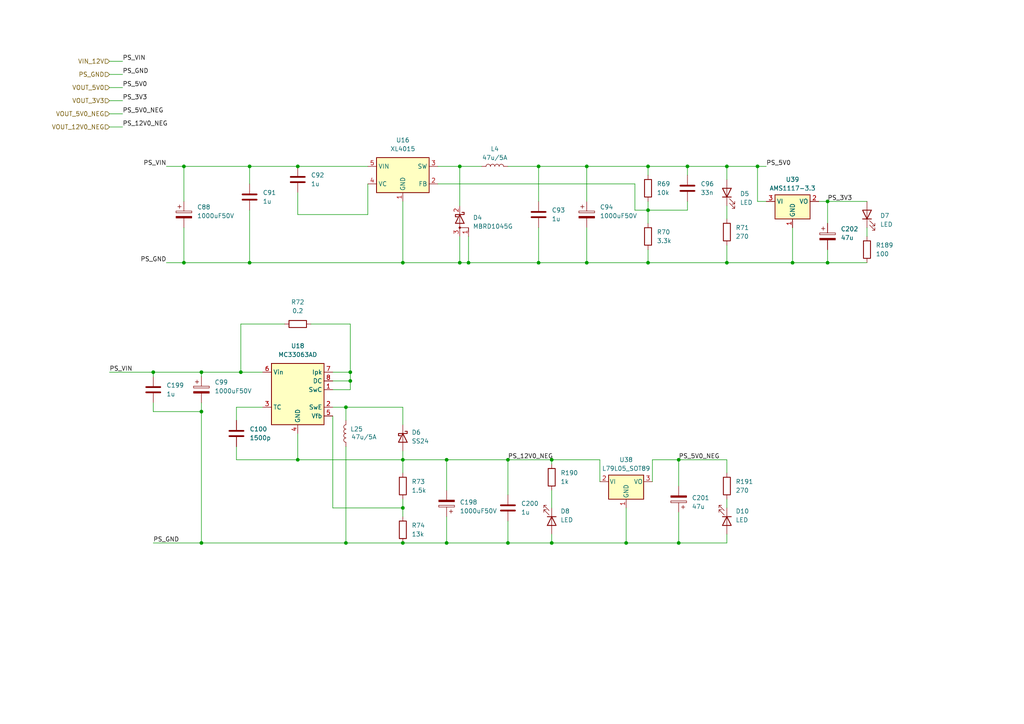
<source format=kicad_sch>
(kicad_sch (version 20250114) (generator "eeschema") (generator_version "9.0")
  (paper "A4")
  (title_block (title "PS for Kharon386mod") (rev "008") (company "maxssau") (comment 2 "maxssau"))
  (lib_symbols
    (symbol "Device:C" (pin_numbers (hide yes)) (pin_names (offset 0.254))
      (property "Reference" "C" (at 0.635 2.54 0))
      (property "Value" "C" (at 0.635 -2.54 0))
      (symbol "C_0_1"
        (polyline (pts (xy -2.032 0.762) (xy 2.032 0.762)) (stroke (width 0.508)))
        (polyline (pts (xy -2.032 -0.762) (xy 2.032 -0.762)) (stroke (width 0.508)))
      )
      (symbol "C_1_1"
        (pin passive line (at 0 3.81 270) (length 2.794) (name "~") (number "1"))
        (pin passive line (at 0 -3.81 90) (length 2.794) (name "~") (number "2"))
      )
    )
    (symbol "Device:C_Polarized" (pin_numbers (hide yes)) (pin_names (offset 0.254))
      (property "Reference" "C" (at 0.635 2.54 0))
      (property "Value" "C_Polarized" (at 0.635 -2.54 0))
      (symbol "C_Polarized_0_1"
        (rectangle (start -2.286 0.508) (end 2.286 1.016))
        (polyline (pts (xy -1.778 2.286) (xy -0.762 2.286)))
        (polyline (pts (xy -1.27 2.794) (xy -1.27 1.778)))
        (rectangle (start 2.286 -0.508) (end -2.286 -1.016) (fill (type outline)))
      )
      (symbol "C_Polarized_1_1"
        (pin passive line (at 0 3.81 270) (length 2.794) (name "~") (number "1"))
        (pin passive line (at 0 -3.81 90) (length 2.794) (name "~") (number "2"))
      )
    )
    (symbol "Device:D_Schottky_AKA" (pin_names (offset 0) (hide yes))
      (property "Reference" "D" (at 0 2.54 0))
      (property "Value" "D_Schottky_AKA" (at 0 -2.54 0))
      (symbol "D_Schottky_AKA_0_1"
        (polyline (pts (xy -1.905 0.635) (xy -1.905 1.27) (xy -1.27 1.27) (xy -1.27 -1.27) (xy -0.635 -1.27) (xy -0.635 -0.635)) (stroke (width 0.254)))
        (polyline (pts (xy 1.27 1.27) (xy 1.27 -1.27) (xy -1.27 0) (xy 1.27 1.27)) (stroke (width 0.254)))
        (circle (center 2.54 0) (radius 0.254) (fill (type outline)))
        (polyline (pts (xy 3.81 2.54) (xy 2.54 2.54) (xy 2.54 0) (xy -1.27 0)))
      )
      (symbol "D_Schottky_AKA_1_1"
        (pin passive line (at -3.81 0 0) (length 2.54) (name "K") (number "2"))
        (pin passive line (at 5.08 2.54 180) (length 2.54) (name "A") (number "1"))
        (pin passive line (at 5.08 0 180) (length 2.54) (name "A") (number "3"))
      )
    )
    (symbol "Device:L" (pin_numbers (hide yes)) (pin_names (offset 1.016) (hide yes))
      (property "Reference" "L" (at -1.27 0 90))
      (property "Value" "L" (at 1.905 0 90))
      (symbol "L_0_1"
        (arc (start 0 2.54) (mid 0.6323 1.905) (end 0 1.27))
        (arc (start 0 1.27) (mid 0.6323 0.635) (end 0 0))
        (arc (start 0 0) (mid 0.6323 -0.635) (end 0 -1.27))
        (arc (start 0 -1.27) (mid 0.6323 -1.905) (end 0 -2.54))
      )
      (symbol "L_1_1"
        (pin passive line (at 0 3.81 270) (length 1.27) (name "1") (number "1"))
        (pin passive line (at 0 -3.81 90) (length 1.27) (name "2") (number "2"))
      )
    )
    (symbol "Device:LED" (pin_numbers (hide yes)) (pin_names (offset 1.016) (hide yes))
      (property "Reference" "D" (at 0 2.54 0))
      (property "Value" "LED" (at 0 -2.54 0))
      (symbol "LED_0_1"
        (polyline (pts (xy -3.048 -0.762) (xy -4.572 -2.286) (xy -3.81 -2.286) (xy -4.572 -2.286) (xy -4.572 -1.524)))
        (polyline (pts (xy -1.778 -0.762) (xy -3.302 -2.286) (xy -2.54 -2.286) (xy -3.302 -2.286) (xy -3.302 -1.524)))
        (polyline (pts (xy -1.27 0) (xy 1.27 0)))
        (polyline (pts (xy -1.27 -1.27) (xy -1.27 1.27)) (stroke (width 0.254)))
        (polyline (pts (xy 1.27 -1.27) (xy 1.27 1.27) (xy -1.27 0) (xy 1.27 -1.27)) (stroke (width 0.254)))
      )
      (symbol "LED_1_1"
        (pin passive line (at -3.81 0 0) (length 2.54) (name "K") (number "1"))
        (pin passive line (at 3.81 0 180) (length 2.54) (name "A") (number "2"))
      )
    )
    (symbol "Device:R" (pin_numbers (hide yes)) (pin_names (offset 0))
      (property "Reference" "R" (at 2.032 0 90))
      (property "Value" "R" (at 0 0 90))
      (symbol "R_0_1"
        (rectangle (start -1.016 -2.54) (end 1.016 2.54) (stroke (width 0.254)))
      )
      (symbol "R_1_1"
        (pin passive line (at 0 3.81 270) (length 1.27) (name "~") (number "1"))
        (pin passive line (at 0 -3.81 90) (length 1.27) (name "~") (number "2"))
      )
    )
    (symbol "Diode:SS24" (pin_numbers (hide yes)) (pin_names (offset 1.016) (hide yes))
      (property "Reference" "D" (at 0 2.54 0))
      (property "Value" "SS24" (at 0 -2.54 0))
      (symbol "SS24_0_1"
        (polyline (pts (xy -1.905 0.635) (xy -1.905 1.27) (xy -1.27 1.27) (xy -1.27 -1.27) (xy -0.635 -1.27) (xy -0.635 -0.635)) (stroke (width 0.254)))
        (polyline (pts (xy 1.27 1.27) (xy 1.27 -1.27) (xy -1.27 0) (xy 1.27 1.27)) (stroke (width 0.254)))
        (polyline (pts (xy 1.27 0) (xy -1.27 0)))
      )
      (symbol "SS24_1_1"
        (pin passive line (at -3.81 0 0) (length 2.54) (name "K") (number "1"))
        (pin passive line (at 3.81 0 180) (length 2.54) (name "A") (number "2"))
      )
    )
    (symbol "Regulator_Linear:AMS1117-3.3"
      (property "Reference" "U" (at -3.81 3.175 0))
      (property "Value" "AMS1117-3.3" (at 0 3.175 0))
      (symbol "AMS1117-3.3_0_1"
        (rectangle (start -5.08 -5.08) (end 5.08 1.905) (stroke (width 0.254)) (fill (type background)))
      )
      (symbol "AMS1117-3.3_1_1"
        (pin power_in line (at -7.62 0 0) (length 2.54) (name "VI") (number "3"))
        (pin power_in line (at 0 -7.62 90) (length 2.54) (name "GND") (number "1"))
        (pin power_out line (at 7.62 0 180) (length 2.54) (name "VO") (number "2"))
      )
    )
    (symbol "Regulator_Linear:L79L05_SOT89" (pin_names (offset 0.254))
      (property "Reference" "U" (at -3.81 -3.175 0))
      (property "Value" "L79L05_SOT89" (at 0 -3.175 0))
      (symbol "L79L05_SOT89_0_1"
        (rectangle (start -5.08 5.08) (end 5.08 -1.905) (stroke (width 0.254)) (fill (type background)))
      )
      (symbol "L79L05_SOT89_1_1"
        (pin power_in line (at -7.62 0 0) (length 2.54) (name "VI") (number "2"))
        (pin power_in line (at 0 7.62 270) (length 2.54) (name "GND") (number "1"))
        (pin power_out line (at 7.62 0 180) (length 2.54) (name "VO") (number "3"))
      )
    )
    (symbol "Regulator_Switching:MC33063AD"
      (property "Reference" "U" (at -7.62 8.89 0))
      (property "Value" "MC33063AD" (at 0 8.89 0))
      (symbol "MC33063AD_0_1"
        (rectangle (start -7.62 7.62) (end 7.62 -10.16) (stroke (width 0.254)) (fill (type background)))
      )
      (symbol "MC33063AD_1_1"
        (pin power_in line (at -10.16 5.08 0) (length 2.54) (name "Vin") (number "6"))
        (pin passive line (at -10.16 -5.08 0) (length 2.54) (name "TC") (number "3"))
        (pin power_in line (at 0 -12.7 90) (length 2.54) (name "GND") (number "4"))
        (pin input line (at 10.16 5.08 180) (length 2.54) (name "Ipk") (number "7"))
        (pin open_collector line (at 10.16 2.54 180) (length 2.54) (name "DC") (number "8"))
        (pin open_collector line (at 10.16 0 180) (length 2.54) (name "SwC") (number "1"))
        (pin open_emitter line (at 10.16 -5.08 180) (length 2.54) (name "SwE") (number "2"))
        (pin input line (at 10.16 -7.62 180) (length 2.54) (name "Vfb") (number "5"))
      )
    )
    (symbol "Regulator_Switching:XL4015"
      (property "Reference" "U?" (at -6.35 6.35 0))
      (property "Value" "XL4015" (at 6.35 6.35 0))
      (symbol "XL4015_0_1"
        (rectangle (start -7.62 5.08) (end 7.62 -5.08) (stroke (width 0.254)) (fill (type background)))
      )
      (symbol "XL4015_1_1"
        (pin power_in line (at -10.16 2.54 0) (length 2.54) (name "VIN") (number "5"))
        (pin input line (at -10.16 -2.54 0) (length 2.54) (name "VC") (number "4"))
        (pin power_in line (at 0 -7.62 90) (length 2.54) (name "GND") (number "1"))
        (pin power_out line (at 10.16 2.54 180) (length 2.54) (name "SW") (number "3"))
        (pin input line (at 10.16 -2.54 180) (length 2.54) (name "FB") (number "2"))
      )
    )
  )
  (junction (at 240.03 58.42))
  (junction (at 181.61 157.48))
  (junction (at 156.21 48.26))
  (junction (at 187.96 48.26))
  (junction (at 135.89 76.2))
  (junction (at 170.18 76.2))
  (junction (at 187.96 76.2))
  (junction (at 160.02 133.35))
  (junction (at 116.84 76.2))
  (junction (at 101.6 110.49))
  (junction (at 101.6 107.95))
  (junction (at 240.03 76.2))
  (junction (at 187.96 60.96))
  (junction (at 170.18 48.26))
  (junction (at 133.35 48.26))
  (junction (at 210.82 48.26))
  (junction (at 199.39 48.26))
  (junction (at 210.82 76.2))
  (junction (at 72.39 76.2))
  (junction (at 100.33 118.11))
  (junction (at 196.85 133.35))
  (junction (at 229.87 76.2))
  (junction (at 53.34 48.26))
  (junction (at 196.85 157.48))
  (junction (at 156.21 76.2))
  (junction (at 58.42 119.38))
  (junction (at 129.54 133.35))
  (junction (at 44.45 107.95))
  (junction (at 147.32 133.35))
  (junction (at 219.71 48.26))
  (junction (at 147.32 157.48))
  (junction (at 86.36 48.26))
  (junction (at 116.84 157.48))
  (junction (at 58.42 107.95))
  (junction (at 58.42 157.48))
  (junction (at 116.84 147.32))
  (junction (at 53.34 76.2))
  (junction (at 86.36 133.35))
  (junction (at 69.85 107.95))
  (junction (at 133.35 76.2))
  (junction (at 129.54 157.48))
  (junction (at 100.33 157.48))
  (junction (at 160.02 157.48))
  (junction (at 116.84 133.35))
  (junction (at 72.39 48.26))
  (wire (pts (xy 53.34 48.26) (xy 53.34 58.42)))
  (wire (pts (xy 210.82 76.2) (xy 187.96 76.2)))
  (wire (pts (xy 116.84 133.35) (xy 129.54 133.35)))
  (wire (pts (xy 129.54 149.86) (xy 129.54 157.48)))
  (wire (pts (xy 210.82 71.12) (xy 210.82 76.2)))
  (wire (pts (xy 219.71 48.26) (xy 219.71 58.42)))
  (wire (pts (xy 196.85 133.35) (xy 196.85 140.97)))
  (wire (pts (xy 147.32 151.13) (xy 147.32 157.48)))
  (wire (pts (xy 240.03 76.2) (xy 229.87 76.2)))
  (wire (pts (xy 199.39 58.42) (xy 199.39 60.96)))
  (wire (pts (xy 44.45 116.84) (xy 44.45 119.38)))
  (wire (pts (xy 196.85 133.35) (xy 210.82 133.35)))
  (wire (pts (xy 160.02 154.94) (xy 160.02 157.48)))
  (wire (pts (xy 210.82 59.69) (xy 210.82 63.5)))
  (wire (pts (xy 129.54 157.48) (xy 147.32 157.48)))
  (wire (pts (xy 96.52 120.65) (xy 96.52 147.32)))
  (wire (pts (xy 240.03 64.77) (xy 240.03 58.42)))
  (wire (pts (xy 116.84 133.35) (xy 86.36 133.35)))
  (wire (pts (xy 133.35 59.69) (xy 133.35 48.26)))
  (wire (pts (xy 100.33 118.11) (xy 96.52 118.11)))
  (wire (pts (xy 229.87 66.04) (xy 229.87 76.2)))
  (wire (pts (xy 116.84 147.32) (xy 116.84 149.86)))
  (wire (pts (xy 31.75 107.95) (xy 44.45 107.95)))
  (wire (pts (xy 68.58 129.54) (xy 68.58 133.35)))
  (wire (pts (xy 86.36 62.23) (xy 106.68 62.23)))
  (wire (pts (xy 187.96 72.39) (xy 187.96 76.2)))
  (wire (pts (xy 72.39 48.26) (xy 72.39 53.34)))
  (wire (pts (xy 116.84 58.42) (xy 116.84 76.2)))
  (wire (pts (xy 135.89 68.58) (xy 135.89 76.2)))
  (wire (pts (xy 210.82 52.07) (xy 210.82 48.26)))
  (wire (pts (xy 181.61 147.32) (xy 181.61 157.48)))
  (wire (pts (xy 196.85 148.59) (xy 196.85 157.48)))
  (wire (pts (xy 44.45 109.22) (xy 44.45 107.95)))
  (wire (pts (xy 35.56 29.21) (xy 31.75 29.21)))
  (wire (pts (xy 187.96 48.26) (xy 170.18 48.26)))
  (wire (pts (xy 181.61 157.48) (xy 196.85 157.48)))
  (wire (pts (xy 72.39 76.2) (xy 116.84 76.2)))
  (wire (pts (xy 58.42 109.22) (xy 58.42 107.95)))
  (wire (pts (xy 53.34 76.2) (xy 53.34 66.04)))
  (wire (pts (xy 101.6 93.98) (xy 101.6 107.95)))
  (wire (pts (xy 160.02 157.48) (xy 147.32 157.48)))
  (wire (pts (xy 184.15 53.34) (xy 184.15 60.96)))
  (wire (pts (xy 58.42 119.38) (xy 58.42 157.48)))
  (wire (pts (xy 133.35 68.58) (xy 133.35 76.2)))
  (wire (pts (xy 135.89 76.2) (xy 133.35 76.2)))
  (wire (pts (xy 170.18 58.42) (xy 170.18 48.26)))
  (wire (pts (xy 240.03 72.39) (xy 240.03 76.2)))
  (wire (pts (xy 116.84 137.16) (xy 116.84 133.35)))
  (wire (pts (xy 76.2 118.11) (xy 68.58 118.11)))
  (wire (pts (xy 86.36 55.88) (xy 86.36 62.23)))
  (wire (pts (xy 116.84 144.78) (xy 116.84 147.32)))
  (wire (pts (xy 160.02 133.35) (xy 173.99 133.35)))
  (wire (pts (xy 68.58 118.11) (xy 68.58 121.92)))
  (wire (pts (xy 199.39 60.96) (xy 187.96 60.96)))
  (wire (pts (xy 156.21 76.2) (xy 135.89 76.2)))
  (wire (pts (xy 106.68 62.23) (xy 106.68 53.34)))
  (wire (pts (xy 133.35 76.2) (xy 116.84 76.2)))
  (wire (pts (xy 58.42 107.95) (xy 69.85 107.95)))
  (wire (pts (xy 170.18 48.26) (xy 156.21 48.26)))
  (wire (pts (xy 127 48.26) (xy 133.35 48.26)))
  (wire (pts (xy 229.87 76.2) (xy 210.82 76.2)))
  (wire (pts (xy 187.96 58.42) (xy 187.96 60.96)))
  (wire (pts (xy 101.6 113.03) (xy 101.6 110.49)))
  (wire (pts (xy 210.82 154.94) (xy 210.82 157.48)))
  (wire (pts (xy 35.56 21.59) (xy 31.75 21.59)))
  (wire (pts (xy 116.84 130.81) (xy 116.84 133.35)))
  (wire (pts (xy 96.52 110.49) (xy 101.6 110.49)))
  (wire (pts (xy 156.21 48.26) (xy 147.32 48.26)))
  (wire (pts (xy 251.46 66.04) (xy 251.46 68.58)))
  (wire (pts (xy 100.33 121.92) (xy 100.33 118.11)))
  (wire (pts (xy 116.84 123.19) (xy 116.84 118.11)))
  (wire (pts (xy 222.25 58.42) (xy 219.71 58.42)))
  (wire (pts (xy 147.32 133.35) (xy 147.32 143.51)))
  (wire (pts (xy 58.42 116.84) (xy 58.42 119.38)))
  (wire (pts (xy 210.82 48.26) (xy 219.71 48.26)))
  (wire (pts (xy 160.02 142.24) (xy 160.02 147.32)))
  (wire (pts (xy 156.21 66.04) (xy 156.21 76.2)))
  (wire (pts (xy 96.52 107.95) (xy 101.6 107.95)))
  (wire (pts (xy 96.52 147.32) (xy 116.84 147.32)))
  (wire (pts (xy 44.45 157.48) (xy 58.42 157.48)))
  (wire (pts (xy 82.55 93.98) (xy 69.85 93.98)))
  (wire (pts (xy 240.03 58.42) (xy 237.49 58.42)))
  (wire (pts (xy 147.32 133.35) (xy 160.02 133.35)))
  (wire (pts (xy 96.52 113.03) (xy 101.6 113.03)))
  (wire (pts (xy 240.03 76.2) (xy 251.46 76.2)))
  (wire (pts (xy 189.23 133.35) (xy 196.85 133.35)))
  (wire (pts (xy 199.39 50.8) (xy 199.39 48.26)))
  (wire (pts (xy 35.56 25.4) (xy 31.75 25.4)))
  (wire (pts (xy 100.33 157.48) (xy 116.84 157.48)))
  (wire (pts (xy 210.82 144.78) (xy 210.82 147.32)))
  (wire (pts (xy 86.36 125.73) (xy 86.36 133.35)))
  (wire (pts (xy 48.26 76.2) (xy 53.34 76.2)))
  (wire (pts (xy 199.39 48.26) (xy 210.82 48.26)))
  (wire (pts (xy 219.71 48.26) (xy 222.25 48.26)))
  (wire (pts (xy 210.82 137.16) (xy 210.82 133.35)))
  (wire (pts (xy 35.56 17.78) (xy 31.75 17.78)))
  (wire (pts (xy 101.6 110.49) (xy 101.6 107.95)))
  (wire (pts (xy 199.39 48.26) (xy 187.96 48.26)))
  (wire (pts (xy 170.18 76.2) (xy 156.21 76.2)))
  (wire (pts (xy 116.84 157.48) (xy 129.54 157.48)))
  (wire (pts (xy 35.56 33.02) (xy 31.75 33.02)))
  (wire (pts (xy 90.17 93.98) (xy 101.6 93.98)))
  (wire (pts (xy 189.23 133.35) (xy 189.23 139.7)))
  (wire (pts (xy 160.02 133.35) (xy 160.02 134.62)))
  (wire (pts (xy 170.18 66.04) (xy 170.18 76.2)))
  (wire (pts (xy 69.85 107.95) (xy 76.2 107.95)))
  (wire (pts (xy 240.03 58.42) (xy 251.46 58.42)))
  (wire (pts (xy 72.39 76.2) (xy 53.34 76.2)))
  (wire (pts (xy 116.84 118.11) (xy 100.33 118.11)))
  (wire (pts (xy 86.36 48.26) (xy 72.39 48.26)))
  (wire (pts (xy 187.96 60.96) (xy 187.96 64.77)))
  (wire (pts (xy 31.75 36.83) (xy 35.56 36.83)))
  (wire (pts (xy 156.21 58.42) (xy 156.21 48.26)))
  (wire (pts (xy 44.45 107.95) (xy 58.42 107.95)))
  (wire (pts (xy 58.42 157.48) (xy 100.33 157.48)))
  (wire (pts (xy 127 53.34) (xy 184.15 53.34)))
  (wire (pts (xy 184.15 60.96) (xy 187.96 60.96)))
  (wire (pts (xy 106.68 48.26) (xy 86.36 48.26)))
  (wire (pts (xy 72.39 60.96) (xy 72.39 76.2)))
  (wire (pts (xy 173.99 133.35) (xy 173.99 139.7)))
  (wire (pts (xy 48.26 48.26) (xy 53.34 48.26)))
  (wire (pts (xy 129.54 133.35) (xy 129.54 142.24)))
  (wire (pts (xy 68.58 133.35) (xy 86.36 133.35)))
  (wire (pts (xy 44.45 119.38) (xy 58.42 119.38)))
  (wire (pts (xy 187.96 50.8) (xy 187.96 48.26)))
  (wire (pts (xy 187.96 76.2) (xy 170.18 76.2)))
  (wire (pts (xy 181.61 157.48) (xy 160.02 157.48)))
  (wire (pts (xy 196.85 157.48) (xy 210.82 157.48)))
  (wire (pts (xy 129.54 133.35) (xy 147.32 133.35)))
  (wire (pts (xy 100.33 129.54) (xy 100.33 157.48)))
  (wire (pts (xy 69.85 93.98) (xy 69.85 107.95)))
  (wire (pts (xy 133.35 48.26) (xy 139.7 48.26)))
  (wire (pts (xy 72.39 48.26) (xy 53.34 48.26)))
  (label "PS_VIN" (at 31.75 107.95 0))
  (label "PS_12V0_NEG" (at 147.32 133.35 0))
  (label "PS_VIN" (at 35.56 17.78 0))
  (label "PS_GND" (at 48.26 76.2 180))
  (label "PS_5V0_NEG" (at 35.56 33.02 0))
  (label "PS_GND" (at 35.56 21.59 0))
  (label "PS_3V3" (at 35.56 29.21 0))
  (label "PS_5V0" (at 222.25 48.26 0))
  (label "PS_5V0" (at 35.56 25.4 0))
  (label "PS_3V3" (at 240.03 58.42 0))
  (label "PS_VIN" (at 48.26 48.26 180))
  (label "PS_GND" (at 44.45 157.48 0))
  (label "PS_5V0_NEG" (at 196.85 133.35 0))
  (label "PS_12V0_NEG" (at 35.56 36.83 0))
  (hierarchical_label "VOUT_3V3" (shape input) (at 31.75 29.21 180))
  (hierarchical_label "VIN_12V" (shape input) (at 31.75 17.78 180))
  (hierarchical_label "VOUT_12V0_NEG" (shape input) (at 31.75 36.83 180))
  (hierarchical_label "VOUT_5V0_NEG" (shape input) (at 31.75 33.02 180))
  (hierarchical_label "PS_GND" (shape input) (at 31.75 21.59 180))
  (hierarchical_label "VOUT_5V0" (shape input) (at 31.75 25.4 180))
  (symbol (lib_id "Device:C") (at 68.58 125.73 0) (unit 1)
    (property "Reference" "C100" (at 72.39 124.4599 0) (effects (justify left)))
    (property "Value" "1500p" (at 72.39 126.9999 0) (effects (justify left)))
    (property "Footprint" "Capacitor_SMD:C_0805_2012Metric_Pad1.18x1.45mm_HandSolder" (effects (hide yes)))
    (property "Description" "Unpolarized capacitor" (effects (hide yes)))
  )
  (symbol (lib_id "Regulator_Linear:L79L05_SOT89") (at 181.61 139.7 0) (mirror x) (unit 1)
    (property "Reference" "U38" (at 181.61 133.35 0))
    (property "Value" "L79L05_SOT89" (at 181.61 135.89 0))
    (property "Footprint" "Package_TO_SOT_SMD:SOT-89-3_Handsoldering" (effects (hide yes)))
    (property "Datasheet" "http://www.farnell.com/datasheets/1827870.pdf" (effects (hide yes)))
    (property "Description" "Negative 100mA -30V Linear Regulator, Fixed Output -5V, SOT-89" (effects (hide yes)))
  )
  (symbol (lib_id "Device:LED") (at 160.02 151.13 270) (unit 1)
    (property "Reference" "D8" (at 162.56 148.2724 90) (effects (justify left)))
    (property "Value" "LED" (at 162.56 150.8124 90) (effects (justify left)))
    (property "Footprint" "LED_SMD:LED_0805_2012Metric_Pad1.15x1.40mm_HandSolder" (effects (hide yes)))
    (property "Description" "Light emitting diode" (effects (hide yes)))
    (property "Sim.Pins" "1=K 2=A" (effects (hide yes)))
  )
  (symbol (lib_id "Device:L") (at 143.51 48.26 90) (unit 1)
    (property "Reference" "L4" (at 143.51 43.18 90))
    (property "Value" "47u/5A" (at 143.51 45.72 90))
    (property "Footprint" "Inductor_SMD:L_12x12mm_H8mm" (effects (hide yes)))
    (property "Description" "Inductor" (effects (hide yes)))
  )
  (symbol (lib_id "Device:LED") (at 210.82 55.88 90) (unit 1)
    (property "Reference" "D5" (at 214.63 56.1974 90) (effects (justify right)))
    (property "Value" "LED" (at 214.63 58.7374 90) (effects (justify right)))
    (property "Footprint" "LED_SMD:LED_0805_2012Metric_Pad1.15x1.40mm_HandSolder" (effects (hide yes)))
    (property "Description" "Light emitting diode" (effects (hide yes)))
    (property "Sim.Pins" "1=K 2=A" (effects (hide yes)))
  )
  (symbol (lib_id "Regulator_Switching:MC33063AD") (at 86.36 113.03 0) (unit 1)
    (property "Reference" "U18" (at 86.36 100.33 0))
    (property "Value" "MC33063AD" (at 86.36 102.87 0))
    (property "Footprint" "Package_SO:SOIC-8_3.9x4.9mm_P1.27mm" (effects (hide yes)))
    (property "Datasheet" "http://www.onsemi.com/pub_link/Collateral/MC34063A-D.PDF" (effects (hide yes)))
    (property "Description" "1.5A, step-up/down/inverting switching regulator, 3-40V Vin, 100kHz, SO-8" (effects (hide yes)))
  )
  (symbol (lib_id "Device:R") (at 187.96 68.58 0) (unit 1)
    (property "Reference" "R70" (at 190.5 67.3099 0) (effects (justify left)))
    (property "Value" "3.3k" (at 190.5 69.8499 0) (effects (justify left)))
    (property "Footprint" "Resistor_SMD:R_0805_2012Metric_Pad1.20x1.40mm_HandSolder" (effects (hide yes)))
    (property "Description" "Resistor" (effects (hide yes)))
  )
  (symbol (lib_id "Device:R") (at 187.96 54.61 0) (unit 1)
    (property "Reference" "R69" (at 190.5 53.3399 0) (effects (justify left)))
    (property "Value" "10k" (at 190.5 55.8799 0) (effects (justify left)))
    (property "Footprint" "Resistor_SMD:R_0805_2012Metric_Pad1.20x1.40mm_HandSolder" (effects (hide yes)))
    (property "Description" "Resistor" (effects (hide yes)))
  )
  (symbol (lib_id "Device:C") (at 44.45 113.03 0) (unit 1)
    (property "Reference" "C199" (at 48.26 111.7599 0) (effects (justify left)))
    (property "Value" "1u" (at 48.26 114.2999 0) (effects (justify left)))
    (property "Footprint" "Capacitor_SMD:C_0805_2012Metric_Pad1.18x1.45mm_HandSolder" (effects (hide yes)))
    (property "Description" "Unpolarized capacitor" (effects (hide yes)))
  )
  (symbol (lib_id "Device:C_Polarized") (at 196.85 144.78 180) (unit 1)
    (property "Reference" "C201" (at 200.66 144.3989 0) (effects (justify right)))
    (property "Value" "47u" (at 200.66 146.9389 0) (effects (justify right)))
    (property "Footprint" "Capacitor_SMD:CP_Elec_6.3x7.7" (effects (hide yes)))
    (property "Description" "Polarized capacitor" (effects (hide yes)))
  )
  (symbol (lib_id "Device:LED") (at 210.82 151.13 270) (unit 1)
    (property "Reference" "D10" (at 213.36 148.2724 90) (effects (justify left)))
    (property "Value" "LED" (at 213.36 150.8124 90) (effects (justify left)))
    (property "Footprint" "LED_SMD:LED_0805_2012Metric_Pad1.15x1.40mm_HandSolder" (effects (hide yes)))
    (property "Description" "Light emitting diode" (effects (hide yes)))
    (property "Sim.Pins" "1=K 2=A" (effects (hide yes)))
  )
  (symbol (lib_id "Device:C") (at 199.39 54.61 0) (unit 1)
    (property "Reference" "C96" (at 203.2 53.3399 0) (effects (justify left)))
    (property "Value" "33n" (at 203.2 55.8799 0) (effects (justify left)))
    (property "Footprint" "Capacitor_SMD:C_0805_2012Metric_Pad1.18x1.45mm_HandSolder" (effects (hide yes)))
    (property "Description" "Unpolarized capacitor" (effects (hide yes)))
  )
  (symbol (lib_id "Device:C") (at 147.32 147.32 0) (unit 1)
    (property "Reference" "C200" (at 151.13 146.0499 0) (effects (justify left)))
    (property "Value" "1u" (at 151.13 148.5899 0) (effects (justify left)))
    (property "Footprint" "Capacitor_SMD:C_0805_2012Metric_Pad1.18x1.45mm_HandSolder" (effects (hide yes)))
    (property "Description" "Unpolarized capacitor" (effects (hide yes)))
  )
  (symbol (lib_id "Device:D_Schottky_AKA") (at 133.35 63.5 270) (unit 1)
    (property "Reference" "D4" (at 137.16 63.1189 90) (effects (justify left)))
    (property "Value" "MBRD1045G" (at 137.16 65.6589 90) (effects (justify left)))
    (property "Footprint" "Package_TO_SOT_SMD:TO-263-2" (effects (hide yes)))
    (property "Description" "Schottky diode, anode on pins 1 and 3" (effects (hide yes)))
  )
  (symbol (lib_id "Device:R") (at 116.84 140.97 0) (unit 1)
    (property "Reference" "R73" (at 119.38 139.6999 0) (effects (justify left)))
    (property "Value" "1.5k" (at 119.38 142.2399 0) (effects (justify left)))
    (property "Footprint" "Resistor_SMD:R_0805_2012Metric_Pad1.20x1.40mm_HandSolder" (effects (hide yes)))
    (property "Description" "Resistor" (effects (hide yes)))
  )
  (symbol (lib_id "Regulator_Linear:AMS1117-3.3") (at 229.87 58.42 0) (unit 1)
    (property "Reference" "U39" (at 229.87 52.07 0))
    (property "Value" "AMS1117-3.3" (at 229.87 54.61 0))
    (property "Footprint" "Package_TO_SOT_SMD:SOT-223-3_TabPin2" (effects (hide yes)))
    (property "Datasheet" "http://www.advanced-monolithic.com/pdf/ds1117.pdf" (effects (hide yes)))
    (property "Description" "1A Low Dropout regulator, positive, 3.3V fixed output, SOT-223" (effects (hide yes)))
  )
  (symbol (lib_id "Device:LED") (at 251.46 62.23 90) (unit 1)
    (property "Reference" "D7" (at 255.27 62.5474 90) (effects (justify right)))
    (property "Value" "LED" (at 255.27 65.0874 90) (effects (justify right)))
    (property "Footprint" "LED_SMD:LED_0805_2012Metric_Pad1.15x1.40mm_HandSolder" (effects (hide yes)))
    (property "Description" "Light emitting diode" (effects (hide yes)))
    (property "Sim.Pins" "1=K 2=A" (effects (hide yes)))
  )
  (symbol (lib_id "Device:R") (at 86.36 93.98 90) (unit 1)
    (property "Reference" "R72" (at 86.36 87.63 90))
    (property "Value" "0.2" (at 86.36 90.17 90))
    (property "Footprint" "Resistor_SMD:R_1210_3225Metric_Pad1.30x2.65mm_HandSolder" (effects (hide yes)))
    (property "Description" "Resistor" (effects (hide yes)))
  )
  (symbol (lib_id "Device:C_Polarized") (at 58.42 113.03 0) (unit 1)
    (property "Reference" "C99" (at 62.23 110.8709 0) (effects (justify left)))
    (property "Value" "1000uF50V" (at 62.23 113.4109 0) (effects (justify left)))
    (property "Footprint" "Capacitor_SMD:CP_Elec_10x10" (effects (hide yes)))
    (property "Description" "Polarized capacitor" (effects (hide yes)))
  )
  (symbol (lib_id "Device:C") (at 72.39 57.15 0) (unit 1)
    (property "Reference" "C91" (at 76.2 55.8799 0) (effects (justify left)))
    (property "Value" "1u" (at 76.2 58.4199 0) (effects (justify left)))
    (property "Footprint" "Capacitor_SMD:C_0805_2012Metric_Pad1.18x1.45mm_HandSolder" (effects (hide yes)))
    (property "Description" "Unpolarized capacitor" (effects (hide yes)))
  )
  (symbol (lib_id "Device:R") (at 251.46 72.39 0) (unit 1)
    (property "Reference" "R189" (at 254 71.1199 0) (effects (justify left)))
    (property "Value" "100" (at 254 73.6599 0) (effects (justify left)))
    (property "Footprint" "Resistor_SMD:R_0805_2012Metric_Pad1.20x1.40mm_HandSolder" (effects (hide yes)))
    (property "Description" "Resistor" (effects (hide yes)))
  )
  (symbol (lib_id "Device:C_Polarized") (at 240.03 68.58 0) (unit 1)
    (property "Reference" "C202" (at 243.84 66.4209 0) (effects (justify left)))
    (property "Value" "47u" (at 243.84 68.9609 0) (effects (justify left)))
    (property "Footprint" "Capacitor_SMD:CP_Elec_6.3x7.7" (effects (hide yes)))
    (property "Description" "Polarized capacitor" (effects (hide yes)))
  )
  (symbol (lib_id "Device:R") (at 116.84 153.67 0) (unit 1)
    (property "Reference" "R74" (at 119.38 152.3999 0) (effects (justify left)))
    (property "Value" "13k" (at 119.38 154.9399 0) (effects (justify left)))
    (property "Footprint" "Resistor_SMD:R_0805_2012Metric_Pad1.20x1.40mm_HandSolder" (effects (hide yes)))
    (property "Description" "Resistor" (effects (hide yes)))
  )
  (symbol (lib_id "Device:R") (at 210.82 140.97 180) (unit 1)
    (property "Reference" "R191" (at 213.36 139.6999 0) (effects (justify right)))
    (property "Value" "270" (at 213.36 142.2399 0) (effects (justify right)))
    (property "Footprint" "Resistor_SMD:R_0805_2012Metric_Pad1.20x1.40mm_HandSolder" (effects (hide yes)))
    (property "Description" "Resistor" (effects (hide yes)))
  )
  (symbol (lib_id "Device:C_Polarized") (at 170.18 62.23 0) (unit 1)
    (property "Reference" "C94" (at 173.99 60.0709 0) (effects (justify left)))
    (property "Value" "1000uF50V" (at 173.99 62.6109 0) (effects (justify left)))
    (property "Footprint" "Capacitor_SMD:CP_Elec_10x10" (effects (hide yes)))
    (property "Description" "Polarized capacitor" (effects (hide yes)))
  )
  (symbol (lib_id "Device:C") (at 86.36 52.07 0) (unit 1)
    (property "Reference" "C92" (at 90.17 50.7999 0) (effects (justify left)))
    (property "Value" "1u" (at 90.17 53.3399 0) (effects (justify left)))
    (property "Footprint" "Capacitor_SMD:C_0805_2012Metric_Pad1.18x1.45mm_HandSolder" (effects (hide yes)))
    (property "Description" "Unpolarized capacitor" (effects (hide yes)))
  )
  (symbol (lib_id "Regulator_Switching:XL4015") (at 116.84 50.8 0) (unit 1)
    (property "Reference" "U16" (at 116.84 40.64 0))
    (property "Value" "XL4015" (at 116.84 43.18 0))
    (property "Footprint" "Package_TO_SOT_SMD:TO-263-5_TabPin3" (effects (hide yes)))
    (property "Datasheet" "http://www.xlsemi.net/datasheet/XL4015%20datasheet-English.pdf" (effects (hide yes)))
    (property "Description" "5A 180kHz 36V Buck DC to DC Converter" (effects (hide yes)))
  )
  (symbol (lib_id "Device:R") (at 210.82 67.31 0) (unit 1)
    (property "Reference" "R71" (at 213.36 66.0399 0) (effects (justify left)))
    (property "Value" "270" (at 213.36 68.5799 0) (effects (justify left)))
    (property "Footprint" "Resistor_SMD:R_0805_2012Metric_Pad1.20x1.40mm_HandSolder" (effects (hide yes)))
    (property "Description" "Resistor" (effects (hide yes)))
  )
  (symbol (lib_id "Device:C") (at 156.21 62.23 0) (unit 1)
    (property "Reference" "C93" (at 160.02 60.9599 0) (effects (justify left)))
    (property "Value" "1u" (at 160.02 63.4999 0) (effects (justify left)))
    (property "Footprint" "Capacitor_SMD:C_0805_2012Metric_Pad1.18x1.45mm_HandSolder" (effects (hide yes)))
    (property "Description" "Unpolarized capacitor" (effects (hide yes)))
  )
  (symbol (lib_id "Diode:SS24") (at 116.84 127 270) (unit 1)
    (property "Reference" "D6" (at 119.38 125.4124 90) (effects (justify left)))
    (property "Value" "SS24" (at 119.38 127.9524 90) (effects (justify left)))
    (property "Footprint" "Diode_SMD:D_SMA" (effects (hide yes)))
    (property "Datasheet" "https://www.vishay.com/docs/88748/ss22.pdf" (effects (hide yes)))
    (property "Description" "40V 2A Schottky Diode, SMA" (effects (hide yes)))
  )
  (symbol (lib_id "Device:R") (at 160.02 138.43 180) (unit 1)
    (property "Reference" "R190" (at 162.56 137.1599 0) (effects (justify right)))
    (property "Value" "1k" (at 162.56 139.6999 0) (effects (justify right)))
    (property "Footprint" "Resistor_SMD:R_0805_2012Metric_Pad1.20x1.40mm_HandSolder" (effects (hide yes)))
    (property "Description" "Resistor" (effects (hide yes)))
  )
  (symbol (lib_id "Device:L") (at 100.33 125.73 180) (unit 1)
    (property "Reference" "L25" (at 101.6 124.4599 0) (effects (justify right)))
    (property "Value" "47u/5A" (at 101.854 126.746 0) (effects (justify right)))
    (property "Footprint" "Inductor_SMD:L_12x12mm_H8mm" (effects (hide yes)))
    (property "Description" "Inductor" (effects (hide yes)))
  )
  (symbol (lib_id "Device:C_Polarized") (at 129.54 146.05 180) (unit 1)
    (property "Reference" "C198" (at 133.35 145.6689 0) (effects (justify right)))
    (property "Value" "1000uF50V" (at 133.35 148.2089 0) (effects (justify right)))
    (property "Footprint" "Capacitor_SMD:CP_Elec_10x10" (effects (hide yes)))
    (property "Description" "Polarized capacitor" (effects (hide yes)))
  )
  (symbol (lib_id "Device:C_Polarized") (at 53.34 62.23 0) (unit 1)
    (property "Reference" "C88" (at 57.15 60.0709 0) (effects (justify left)))
    (property "Value" "1000uF50V" (at 57.15 62.6109 0) (effects (justify left)))
    (property "Footprint" "Capacitor_SMD:CP_Elec_10x10" (effects (hide yes)))
    (property "Description" "Polarized capacitor" (effects (hide yes)))
  )
)
</source>
